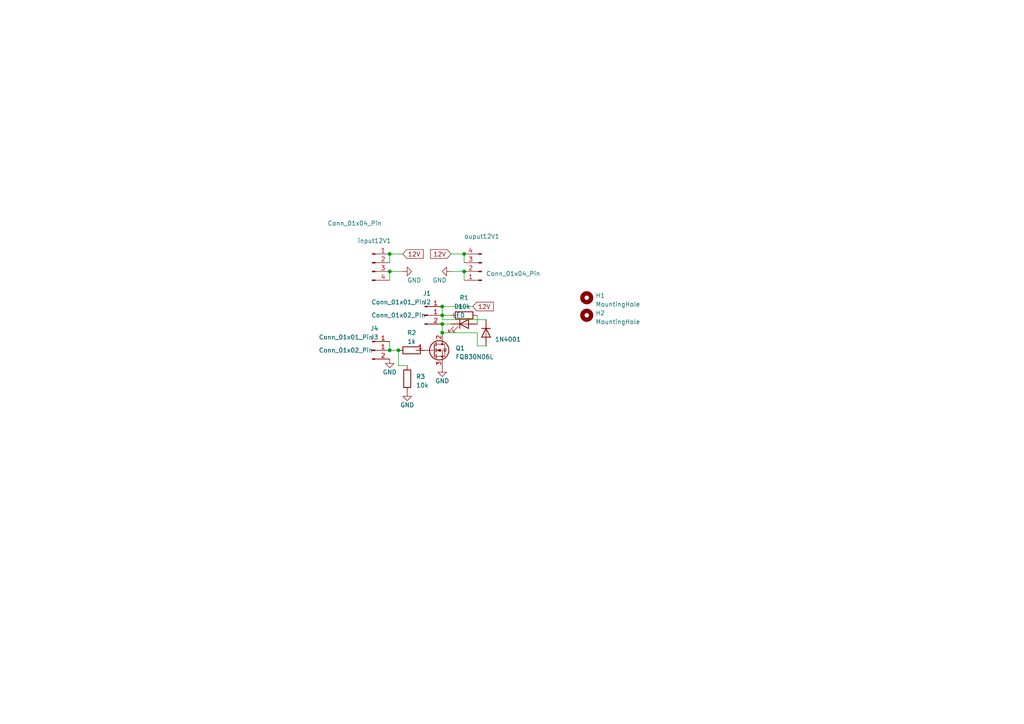
<source format=kicad_sch>
(kicad_sch (version 20230121) (generator eeschema)
  (paper "A4")
  (lib_symbols
    (symbol "Connector:Conn_01x01_Pin" (pin_names (offset 1.016) hide)
      (property "Reference" "J" (at 0 2.54 0))
      (property "Value" "Conn_01x01_Pin" (at 0 -2.54 0))
      (symbol "Conn_01x01_Pin_1_1"
        (polyline (pts (xy 1.27 0) (xy 0.8636 0)) (stroke (width 0.1524)))
        (rectangle (start 0.8636 0.127) (end 0 -0.127) (stroke (width 0.1524)) (fill (type outline)))
        (pin passive line (at 5.08 0 180) (length 3.81) (name "Pin_1") (number "1"))
      )
    )
    (symbol "Connector:Conn_01x02_Pin" (pin_names (offset 1.016) hide)
      (property "Reference" "J" (at 0 2.54 0))
      (property "Value" "Conn_01x02_Pin" (at 0 -5.08 0))
      (symbol "Conn_01x02_Pin_1_1"
        (polyline (pts (xy 1.27 -2.54) (xy 0.8636 -2.54)) (stroke (width 0.1524)))
        (polyline (pts (xy 1.27 0) (xy 0.8636 0)) (stroke (width 0.1524)))
        (rectangle (start 0.8636 -2.413) (end 0 -2.667) (stroke (width 0.1524)) (fill (type outline)))
        (rectangle (start 0.8636 0.127) (end 0 -0.127) (stroke (width 0.1524)) (fill (type outline)))
        (pin passive line (at 5.08 0 180) (length 3.81) (name "Pin_1") (number "1"))
        (pin passive line (at 5.08 -2.54 180) (length 3.81) (name "Pin_2") (number "2"))
      )
    )
    (symbol "Connector:Conn_01x04_Pin" (pin_names (offset 1.016) hide)
      (property "Reference" "J" (at 0 5.08 0))
      (property "Value" "Conn_01x04_Pin" (at 0 -7.62 0))
      (symbol "Conn_01x04_Pin_1_1"
        (polyline (pts (xy 1.27 -5.08) (xy 0.8636 -5.08)) (stroke (width 0.1524)))
        (polyline (pts (xy 1.27 -2.54) (xy 0.8636 -2.54)) (stroke (width 0.1524)))
        (polyline (pts (xy 1.27 0) (xy 0.8636 0)) (stroke (width 0.1524)))
        (polyline (pts (xy 1.27 2.54) (xy 0.8636 2.54)) (stroke (width 0.1524)))
        (rectangle (start 0.8636 -4.953) (end 0 -5.207) (stroke (width 0.1524)) (fill (type outline)))
        (rectangle (start 0.8636 -2.413) (end 0 -2.667) (stroke (width 0.1524)) (fill (type outline)))
        (rectangle (start 0.8636 0.127) (end 0 -0.127) (stroke (width 0.1524)) (fill (type outline)))
        (rectangle (start 0.8636 2.667) (end 0 2.413) (stroke (width 0.1524)) (fill (type outline)))
        (pin passive line (at 5.08 2.54 180) (length 3.81) (name "Pin_1") (number "1"))
        (pin passive line (at 5.08 0 180) (length 3.81) (name "Pin_2") (number "2"))
        (pin passive line (at 5.08 -2.54 180) (length 3.81) (name "Pin_3") (number "3"))
        (pin passive line (at 5.08 -5.08 180) (length 3.81) (name "Pin_4") (number "4"))
      )
    )
    (symbol "Device:LED" (pin_numbers hide) (pin_names (offset 1.016) hide)
      (property "Reference" "D" (at 0 2.54 0))
      (property "Value" "LED" (at 0 -2.54 0))
      (symbol "LED_0_1"
        (polyline (pts (xy -1.27 -1.27) (xy -1.27 1.27)) (stroke (width 0.254)))
        (polyline (pts (xy -1.27 0) (xy 1.27 0)))
        (polyline (pts (xy 1.27 -1.27) (xy 1.27 1.27) (xy -1.27 0) (xy 1.27 -1.27)) (stroke (width 0.254)))
        (polyline (pts (xy -3.048 -0.762) (xy -4.572 -2.286) (xy -3.81 -2.286) (xy -4.572 -2.286) (xy -4.572 -1.524)))
        (polyline (pts (xy -1.778 -0.762) (xy -3.302 -2.286) (xy -2.54 -2.286) (xy -3.302 -2.286) (xy -3.302 -1.524)))
      )
      (symbol "LED_1_1"
        (pin passive line (at -3.81 0 0) (length 2.54) (name "K") (number "1"))
        (pin passive line (at 3.81 0 180) (length 2.54) (name "A") (number "2"))
      )
    )
    (symbol "Device:R" (pin_numbers hide) (pin_names (offset 0))
      (property "Reference" "R" (at 2.032 0 90))
      (property "Value" "R" (at 0 0 90))
      (symbol "R_0_1"
        (rectangle (start -1.016 -2.54) (end 1.016 2.54) (stroke (width 0.254)))
      )
      (symbol "R_1_1"
        (pin passive line (at 0 3.81 270) (length 1.27) (name "~") (number "1"))
        (pin passive line (at 0 -3.81 90) (length 1.27) (name "~") (number "2"))
      )
    )
    (symbol "Diode:1N4001" (pin_numbers hide) (pin_names hide)
      (property "Reference" "D" (at 0 2.54 0))
      (property "Value" "1N4001" (at 0 -2.54 0))
      (symbol "1N4001_0_1"
        (polyline (pts (xy -1.27 1.27) (xy -1.27 -1.27)) (stroke (width 0.254)))
        (polyline (pts (xy 1.27 0) (xy -1.27 0)))
        (polyline (pts (xy 1.27 1.27) (xy 1.27 -1.27) (xy -1.27 0) (xy 1.27 1.27)) (stroke (width 0.254)))
      )
      (symbol "1N4001_1_1"
        (pin passive line (at -3.81 0 0) (length 2.54) (name "K") (number "1"))
        (pin passive line (at 3.81 0 180) (length 2.54) (name "A") (number "2"))
      )
    )
    (symbol "Mechanical:MountingHole" (pin_names (offset 1.016))
      (property "Reference" "H" (at 0 5.08 0))
      (property "Value" "MountingHole" (at 0 3.175 0))
      (symbol "MountingHole_0_1"
        (circle (center 0 0) (radius 1.27) (stroke (width 1.27)))
      )
    )
    (symbol "Transistor_FET:IRLB8721PBF" (pin_names hide)
      (property "Reference" "Q" (at 6.35 1.905 0))
      (property "Value" "IRLB8721PBF" (at 6.35 0 0))
      (symbol "IRLB8721PBF_0_1"
        (polyline (pts (xy 0.254 0) (xy -2.54 0)))
        (polyline (pts (xy 0.254 1.905) (xy 0.254 -1.905)) (stroke (width 0.254)))
        (polyline (pts (xy 0.762 -1.27) (xy 0.762 -2.286)) (stroke (width 0.254)))
        (polyline (pts (xy 0.762 0.508) (xy 0.762 -0.508)) (stroke (width 0.254)))
        (polyline (pts (xy 0.762 2.286) (xy 0.762 1.27)) (stroke (width 0.254)))
        (polyline (pts (xy 2.54 2.54) (xy 2.54 1.778)))
        (polyline (pts (xy 2.54 -2.54) (xy 2.54 0) (xy 0.762 0)))
        (polyline (pts (xy 0.762 -1.778) (xy 3.302 -1.778) (xy 3.302 1.778) (xy 0.762 1.778)))
        (polyline (pts (xy 1.016 0) (xy 2.032 0.381) (xy 2.032 -0.381) (xy 1.016 0)) (fill (type outline)))
        (polyline (pts (xy 2.794 0.508) (xy 2.921 0.381) (xy 3.683 0.381) (xy 3.81 0.254)))
        (polyline (pts (xy 3.302 0.381) (xy 2.921 -0.254) (xy 3.683 -0.254) (xy 3.302 0.381)))
        (circle (center 1.651 0) (radius 2.794) (stroke (width 0.254)))
        (circle (center 2.54 -1.778) (radius 0.254) (fill (type outline)))
        (circle (center 2.54 1.778) (radius 0.254) (fill (type outline)))
      )
      (symbol "IRLB8721PBF_1_1"
        (pin input line (at -5.08 0 0) (length 2.54) (name "G") (number "1"))
        (pin passive line (at 2.54 5.08 270) (length 2.54) (name "D") (number "2"))
        (pin passive line (at 2.54 -5.08 90) (length 2.54) (name "S") (number "3"))
      )
    )
    (symbol "power:GND" (power) (pin_names (offset 0))
      (property "Value" "GND" (at 0 -3.81 0))
      (symbol "GND_0_1"
        (polyline (pts (xy 0 0) (xy 0 -1.27) (xy 1.27 -1.27) (xy 0 -2.54) (xy -1.27 -1.27) (xy 0 -1.27)))
      )
      (symbol "GND_1_1"
        (pin power_in line (at 0 0 270) (length 0) hide (name "GND") (number "1"))
      )
    )
  )
  (junction (at 128.27 96.52))
  (junction (at 128.27 91.44))
  (junction (at 115.57 101.6))
  (junction (at 128.27 88.9))
  (junction (at 113.03 101.6))
  (junction (at 134.62 73.66))
  (junction (at 113.03 78.74))
  (junction (at 113.03 73.66))
  (junction (at 128.27 93.98))
  (junction (at 134.62 78.74))
  (wire (pts (xy 115.57 106.045) (xy 115.57 101.6)))
  (wire (pts (xy 128.27 91.44) (xy 128.27 92.71)))
  (wire (pts (xy 113.03 99.06) (xy 113.03 101.6)))
  (wire (pts (xy 130.81 73.66) (xy 134.62 73.66)))
  (wire (pts (xy 115.57 101.6) (xy 113.03 101.6)))
  (wire (pts (xy 128.27 88.9) (xy 128.27 91.44)))
  (wire (pts (xy 134.62 73.66) (xy 134.62 76.2)))
  (wire (pts (xy 113.03 78.74) (xy 113.03 81.28)))
  (wire (pts (xy 113.03 73.66) (xy 116.84 73.66)))
  (wire (pts (xy 128.27 93.98) (xy 130.81 93.98)))
  (wire (pts (xy 113.03 78.74) (xy 116.84 78.74)))
  (wire (pts (xy 113.03 73.66) (xy 113.03 76.2)))
  (wire (pts (xy 140.97 100.33) (xy 138.43 100.33)))
  (wire (pts (xy 128.27 91.44) (xy 130.81 91.44)))
  (wire (pts (xy 128.27 92.71) (xy 140.97 92.71)))
  (wire (pts (xy 138.43 96.52) (xy 128.27 96.52)))
  (wire (pts (xy 118.11 106.045) (xy 115.57 106.045)))
  (wire (pts (xy 123.19 101.6) (xy 120.65 101.6)))
  (wire (pts (xy 134.62 78.74) (xy 134.62 81.28)))
  (wire (pts (xy 138.43 91.44) (xy 138.43 93.98)))
  (wire (pts (xy 130.81 78.74) (xy 134.62 78.74)))
  (wire (pts (xy 138.43 100.33) (xy 138.43 96.52)))
  (wire (pts (xy 128.27 88.9) (xy 137.16 88.9)))
  (wire (pts (xy 128.27 93.98) (xy 128.27 96.52)))
  (global_label "12V" (shape input) (at 137.16 88.9 0) (property "Intersheetrefs" "${INTERSHEET_REFS}" (effects hide)))
  (global_label "12V" (shape input) (at 116.84 73.66 0) (property "Intersheetrefs" "${INTERSHEET_REFS}" (effects hide)))
  (global_label "12V" (shape input) (at 130.81 73.66 180) (property "Intersheetrefs" "${INTERSHEET_REFS}" (effects hide)))
  (symbol (lib_id "power:GND") (at 118.11 113.665 0) (unit 1)
    (property "Reference" "#PWR05" (effects hide))
    (property "Value" "GND" (at 118.11 117.475 0))
  )
  (symbol (lib_id "Connector:Conn_01x02_Pin") (at 107.95 101.6 0) (unit 1)
    (property "Reference" "J3" (at 108.585 97.79 0))
    (property "Value" "Conn_01x02_Pin" (at 100.33 101.6 0))
    (property "Footprint" "Connector_Molex:Molex_KK-254_AE-6410-02A_1x02_P2.54mm_Vertical" (effects hide))
  )
  (symbol (lib_id "Device:R") (at 134.62 91.44 90) (unit 1)
    (property "Reference" "R1" (at 134.62 86.36 90))
    (property "Value" "10k" (at 134.62 88.9 90))
    (property "Footprint" "Resistor_SMD:R_0805_2012Metric_Pad1.20x1.40mm_HandSolder" (effects hide))
  )
  (symbol (lib_id "Device:R") (at 118.11 109.855 0) (unit 1)
    (property "Reference" "R3" (at 120.65 109.22 0) (effects (justify left)))
    (property "Value" "10k" (at 120.65 111.76 0) (effects (justify left)))
    (property "Footprint" "Resistor_SMD:R_0805_2012Metric_Pad1.20x1.40mm_HandSolder" (effects hide))
  )
  (symbol (lib_id "Connector:Conn_01x02_Pin") (at 123.19 91.44 0) (unit 1)
    (property "Reference" "J2" (at 123.825 87.63 0))
    (property "Value" "Conn_01x02_Pin" (at 115.57 91.44 0))
    (property "Footprint" "Connector_Molex:Molex_KK-254_AE-6410-02A_1x02_P2.54mm_Vertical" (effects hide))
  )
  (symbol (lib_id "power:GND") (at 128.27 106.68 0) (unit 1)
    (property "Reference" "#PWR01" (effects hide))
    (property "Value" "GND" (at 128.27 110.49 0))
  )
  (symbol (lib_id "power:GND") (at 113.03 104.14 0) (unit 1)
    (property "Reference" "#PWR02" (effects hide))
    (property "Value" "GND" (at 113.03 107.95 0))
  )
  (symbol (lib_id "Connector:Conn_01x04_Pin") (at 139.7 78.74 180) (unit 1)
    (property "Reference" "ouput12V1" (at 134.62 68.58 0) (effects (justify right)))
    (property "Value" "Conn_01x04_Pin" (at 140.97 79.375 0) (effects (justify right)))
    (property "Footprint" "Connector_PinHeader_2.54mm:PinHeader_1x04_P2.54mm_Vertical" (effects hide))
  )
  (symbol (lib_id "power:GND") (at 130.81 78.74 270) (unit 1)
    (property "Reference" "#PWR04" (effects hide))
    (property "Value" "GND" (at 129.54 81.28 90) (effects (justify right)))
  )
  (symbol (lib_id "Transistor_FET:IRLB8721PBF") (at 125.73 101.6 0) (unit 1)
    (property "Reference" "Q1" (at 132.08 100.965 0) (effects (justify left)))
    (property "Value" "FQB30N06L" (at 132.08 103.505 0) (effects (justify left)))
    (property "Footprint" "Package_TO_SOT_SMD:TO-263-2" (effects hide))
    (property "Datasheet" "https://www.mouser.com/datasheet/2/149/FQB30N06L-109873.pdf?srsltid=AfmBOoo0t1GGfo9IT-F1m0WNb-X2mDBhhkbbVPNmGqAFTqb7MahESRte" (effects hide))
  )
  (symbol (lib_id "Connector:Conn_01x01_Pin") (at 123.19 88.9 0) (unit 1)
    (property "Reference" "J1" (at 123.825 85.09 0))
    (property "Value" "Conn_01x01_Pin" (at 115.57 87.63 0))
    (property "Footprint" "Connector_PinHeader_2.54mm:PinHeader_1x01_P2.54mm_Vertical" (effects hide))
  )
  (symbol (lib_id "Device:LED") (at 134.62 93.98 0) (unit 1)
    (property "Reference" "D1" (at 133.0325 88.9 0))
    (property "Value" "LED" (at 133.0325 91.44 0))
    (property "Footprint" "LED_SMD:LED_1206_3216Metric_Pad1.42x1.75mm_HandSolder" (effects hide))
  )
  (symbol (lib_id "Mechanical:MountingHole") (at 170.18 91.44 0) (unit 1)
    (property "Reference" "H2" (at 172.72 90.805 0) (effects (justify left)))
    (property "Value" "MountingHole" (at 172.72 93.345 0) (effects (justify left)))
    (property "Footprint" "MountingHole:MountingHole_3.2mm_M3" (effects hide))
  )
  (symbol (lib_id "power:GND") (at 116.84 78.74 90) (unit 1)
    (property "Reference" "#PWR03" (effects hide))
    (property "Value" "GND" (at 118.11 81.28 90) (effects (justify right)))
  )
  (symbol (lib_id "Connector:Conn_01x04_Pin") (at 107.95 76.2 0) (unit 1)
    (property "Reference" "input12V1" (at 108.585 69.85 0))
    (property "Value" "Conn_01x04_Pin" (at 102.87 64.77 0))
    (property "Footprint" "Connector_PinHeader_2.54mm:PinHeader_1x04_P2.54mm_Vertical" (effects hide))
  )
  (symbol (lib_id "Diode:1N4001") (at 140.97 96.52 270) (unit 1)
    (property "Reference" "D2" (effects hide))
    (property "Value" "1N4001" (at 143.51 98.425 90) (effects (justify left)))
    (property "Footprint" "Diode_SMD:D_SMA_Handsoldering" (effects hide))
    (property "Datasheet" "http://www.vishay.com/docs/88503/1n4001.pdf" (effects hide))
    (property "Sim.Device" "D" (effects hide))
    (property "Sim.Pins" "1=K 2=A" (effects hide))
  )
  (symbol (lib_id "Connector:Conn_01x01_Pin") (at 107.95 99.06 0) (unit 1)
    (property "Reference" "J4" (at 108.585 95.25 0))
    (property "Value" "Conn_01x01_Pin" (at 100.33 97.79 0))
    (property "Footprint" "Connector_PinHeader_2.54mm:PinHeader_1x01_P2.54mm_Vertical" (effects hide))
  )
  (symbol (lib_id "Device:R") (at 119.38 101.6 90) (unit 1)
    (property "Reference" "R2" (at 119.38 96.52 90))
    (property "Value" "1k" (at 119.38 99.06 90))
    (property "Footprint" "Resistor_SMD:R_0805_2012Metric_Pad1.20x1.40mm_HandSolder" (effects hide))
  )
  (symbol (lib_id "Mechanical:MountingHole") (at 170.18 86.36 0) (unit 1)
    (property "Reference" "H1" (at 172.72 85.725 0) (effects (justify left)))
    (property "Value" "MountingHole" (at 172.72 88.265 0) (effects (justify left)))
    (property "Footprint" "MountingHole:MountingHole_3.2mm_M3" (effects hide))
  )
)
</source>
